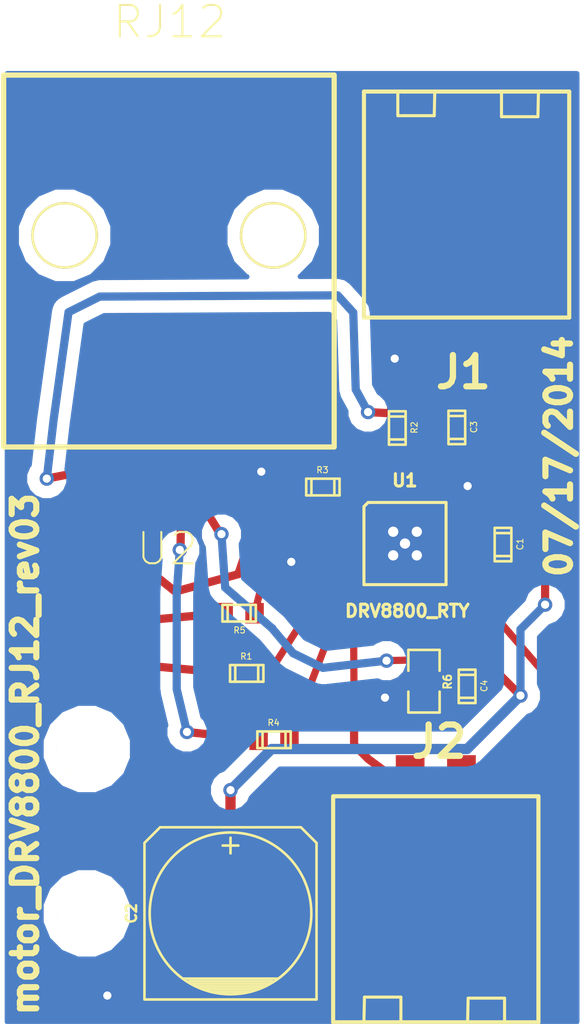
<source format=kicad_pcb>
(kicad_pcb (version 3) (host pcbnew "(2013-08-24 BZR 4298)-stable")

  (general
    (links 34)
    (no_connects 0)
    (area 22.067858 19.97347 66.853571 73.78824)
    (thickness 1.6)
    (drawings 3)
    (tracks 138)
    (zones 0)
    (modules 16)
    (nets 18)
  )

  (page A)
  (layers
    (15 F.Cu signal)
    (0 B.Cu signal)
    (16 B.Adhes user)
    (17 F.Adhes user)
    (18 B.Paste user)
    (19 F.Paste user)
    (20 B.SilkS user)
    (21 F.SilkS user)
    (22 B.Mask user)
    (23 F.Mask user)
    (24 Dwgs.User user)
    (25 Cmts.User user)
    (26 Eco1.User user)
    (27 Eco2.User user)
    (28 Edge.Cuts user)
  )

  (setup
    (last_trace_width 0.25)
    (user_trace_width 0.2)
    (user_trace_width 0.25)
    (user_trace_width 0.3)
    (user_trace_width 0.35)
    (user_trace_width 0.4)
    (user_trace_width 0.5)
    (user_trace_width 0.6)
    (user_trace_width 0.7)
    (user_trace_width 0.8)
    (user_trace_width 0.9)
    (user_trace_width 1)
    (user_trace_width 2)
    (trace_clearance 0.2)
    (zone_clearance 0.6)
    (zone_45_only no)
    (trace_min 0.1)
    (segment_width 0.2)
    (edge_width 0.1)
    (via_size 0.7)
    (via_drill 0.4)
    (via_min_size 0.7)
    (via_min_drill 0.4)
    (uvia_size 0.4)
    (uvia_drill 0.127)
    (uvias_allowed no)
    (uvia_min_size 0.4)
    (uvia_min_drill 0.127)
    (pcb_text_width 0.3)
    (pcb_text_size 1.5 1.5)
    (mod_edge_width 0.15)
    (mod_text_size 1 1)
    (mod_text_width 0.15)
    (pad_size 2.3 5.6)
    (pad_drill 0)
    (pad_to_mask_clearance 0)
    (aux_axis_origin 0 0)
    (visible_elements 7FFFFFFF)
    (pcbplotparams
      (layerselection 284983297)
      (usegerberextensions true)
      (excludeedgelayer true)
      (linewidth 0.150000)
      (plotframeref false)
      (viasonmask false)
      (mode 1)
      (useauxorigin false)
      (hpglpennumber 1)
      (hpglpenspeed 20)
      (hpglpendiameter 15)
      (hpglpenoverlay 2)
      (psnegative false)
      (psa4output false)
      (plotreference true)
      (plotvalue true)
      (plotothertext true)
      (plotinvisibletext false)
      (padsonsilk false)
      (subtractmaskfromsilk false)
      (outputformat 1)
      (mirror false)
      (drillshape 0)
      (scaleselection 1)
      (outputdirectory ""))
  )

  (net 0 "")
  (net 1 CS)
  (net 2 GND)
  (net 3 MODE)
  (net 4 Motor1OutA)
  (net 5 Motor1OutB)
  (net 6 N-0000014)
  (net 7 N-0000016)
  (net 8 N-0000017)
  (net 9 N-0000020)
  (net 10 N-000003)
  (net 11 N-000004)
  (net 12 N-000005)
  (net 13 N-000007)
  (net 14 PHASE)
  (net 15 PWM)
  (net 16 VDD)
  (net 17 Vin)

  (net_class Default "This is the default net class."
    (clearance 0.2)
    (trace_width 0.25)
    (via_dia 0.7)
    (via_drill 0.4)
    (uvia_dia 0.4)
    (uvia_drill 0.127)
    (add_net "")
    (add_net CS)
    (add_net GND)
    (add_net MODE)
    (add_net Motor1OutA)
    (add_net Motor1OutB)
    (add_net N-0000014)
    (add_net N-0000016)
    (add_net N-0000017)
    (add_net N-0000020)
    (add_net N-000003)
    (add_net N-000004)
    (add_net N-000005)
    (add_net N-000007)
    (add_net PHASE)
    (add_net PWM)
    (add_net VDD)
    (add_net Vin)
  )

  (module TED_Hole_3mm (layer F.Cu) (tedit 53C810C0) (tstamp 537EB109)
    (at 37.875 64.375 90)
    (path /52D61D03)
    (fp_text reference H1 (at -0.05 -2.425 90) (layer F.SilkS) hide
      (effects (font (size 1 1) (thickness 0.15)))
    )
    (fp_text value HOLE (at 0.25 2.6 90) (layer F.SilkS) hide
      (effects (font (size 1 1) (thickness 0.15)))
    )
    (pad "" np_thru_hole circle (at 0 0 90) (size 3 3) (drill 3)
      (layers *.Cu *.Mask F.SilkS)
    )
  )

  (module TED_Hole_3mm (layer F.Cu) (tedit 53C810C0) (tstamp 537E7DDE)
    (at 37.875 56.375 90)
    (path /52D61D21)
    (fp_text reference H2 (at -0.05 -2.425 90) (layer F.SilkS) hide
      (effects (font (size 1 1) (thickness 0.15)))
    )
    (fp_text value HOLE (at 0.25 2.6 90) (layer F.SilkS) hide
      (effects (font (size 1 1) (thickness 0.15)))
    )
    (pad "" np_thru_hole circle (at 0 0 90) (size 3 3) (drill 3)
      (layers *.Cu *.Mask F.SilkS)
    )
  )

  (module TED_c_elec_8x10 (layer F.Cu) (tedit 49F5C68A) (tstamp 53C81ADF)
    (at 44.875 64.375 90)
    (descr "SMT capacitor, aluminium electrolytic, 8x10")
    (path /53C81A44)
    (fp_text reference C2 (at 0 -4.826 90) (layer F.SilkS)
      (effects (font (size 0.50038 0.50038) (thickness 0.11938)))
    )
    (fp_text value "100uF 50v" (at 0 4.826 90) (layer F.SilkS) hide
      (effects (font (size 0.50038 0.50038) (thickness 0.11938)))
    )
    (fp_line (start -3.81 -1.016) (end -3.81 1.016) (layer F.SilkS) (width 0.127))
    (fp_line (start -3.683 1.397) (end -3.683 -1.397) (layer F.SilkS) (width 0.127))
    (fp_line (start -3.556 -1.651) (end -3.556 1.651) (layer F.SilkS) (width 0.127))
    (fp_line (start -3.429 1.905) (end -3.429 -1.905) (layer F.SilkS) (width 0.127))
    (fp_line (start -3.302 2.032) (end -3.302 -2.032) (layer F.SilkS) (width 0.127))
    (fp_line (start -3.175 -2.286) (end -3.175 2.286) (layer F.SilkS) (width 0.127))
    (fp_circle (center 0 0) (end 3.937 0) (layer F.SilkS) (width 0.127))
    (fp_line (start -4.191 -4.191) (end -4.191 4.191) (layer F.SilkS) (width 0.127))
    (fp_line (start -4.191 4.191) (end 3.429 4.191) (layer F.SilkS) (width 0.127))
    (fp_line (start 3.429 4.191) (end 4.191 3.429) (layer F.SilkS) (width 0.127))
    (fp_line (start 4.191 3.429) (end 4.191 -3.429) (layer F.SilkS) (width 0.127))
    (fp_line (start 4.191 -3.429) (end 3.429 -4.191) (layer F.SilkS) (width 0.127))
    (fp_line (start 3.429 -4.191) (end -4.191 -4.191) (layer F.SilkS) (width 0.127))
    (fp_line (start 3.683 0) (end 2.921 0) (layer F.SilkS) (width 0.127))
    (fp_line (start 3.302 -0.381) (end 3.302 0.381) (layer F.SilkS) (width 0.127))
    (pad 1 smd rect (at 3.2512 0 90) (size 3.50012 2.4003)
      (layers F.Cu F.Paste F.Mask)
      (net 17 Vin)
    )
    (pad 2 smd rect (at -3.2512 0 90) (size 3.50012 2.4003)
      (layers F.Cu F.Paste F.Mask)
      (net 2 GND)
    )
    (model smd/capacitors/c_elec_8x10.wrl
      (at (xyz 0 0 0))
      (scale (xyz 1 1 1))
      (rotate (xyz 0 0 0))
    )
  )

  (module TED_Terminal_1814634 (layer F.Cu) (tedit 5390DC53) (tstamp 5390EDF7)
    (at 54.875 64.175)
    (path /5390E0F4)
    (fp_text reference J2 (at 0.15748 -8.15848) (layer F.SilkS)
      (effects (font (thickness 0.3048)))
    )
    (fp_text value TERMINAL_2X1 (at 0.1016 8.49884) (layer F.SilkS) hide
      (effects (font (thickness 0.3048)))
    )
    (fp_line (start 3.35 4.325) (end 3.35 5.475) (layer F.SilkS) (width 0.15))
    (fp_line (start 1.575 4.325) (end 3.35 4.325) (layer F.SilkS) (width 0.15))
    (fp_line (start 1.55 5.5) (end 1.575 4.325) (layer F.SilkS) (width 0.15))
    (fp_line (start -3.5 5.45) (end -3.475 4.275) (layer F.SilkS) (width 0.15))
    (fp_line (start -3.475 4.275) (end -1.7 4.275) (layer F.SilkS) (width 0.15))
    (fp_line (start -1.7 4.275) (end -1.7 5.425) (layer F.SilkS) (width 0.15))
    (fp_line (start -5 -5.5) (end 5 -5.5) (layer F.SilkS) (width 0.20066))
    (fp_line (start 5 -5.5) (end 5 5.5) (layer F.SilkS) (width 0.20066))
    (fp_line (start 5 5.5) (end -5 5.5) (layer F.SilkS) (width 0.20066))
    (fp_line (start -5 5.5) (end -5 -5.5) (layer F.SilkS) (width 0.20066))
    (pad PAD smd rect (at 3.85 0.8) (size 2.3 5.6)
      (layers F.Cu F.Paste F.Mask)
    )
    (pad 1 smd rect (at -1.25 -5.8) (size 1.4 3.4)
      (layers F.Cu F.Paste F.Mask)
      (net 4 Motor1OutA)
    )
    (pad 2 smd rect (at 1.25 -5.8) (size 1.4 3.4)
      (layers F.Cu F.Paste F.Mask)
      (net 5 Motor1OutB)
    )
    (pad PAD smd rect (at -3.85 0.8) (size 2.3 5.6)
      (layers F.Cu F.Paste F.Mask)
    )
  )

  (module TED_Terminal_1814634 (layer F.Cu) (tedit 5390DC53) (tstamp 5390EDF6)
    (at 56.375 29.875 180)
    (path /5390E0D8)
    (fp_text reference J1 (at 0.15748 -8.15848 180) (layer F.SilkS)
      (effects (font (thickness 0.3048)))
    )
    (fp_text value TERMINAL_2X1 (at 0.1016 8.49884 180) (layer F.SilkS) hide
      (effects (font (thickness 0.3048)))
    )
    (fp_line (start 3.35 4.325) (end 3.35 5.475) (layer F.SilkS) (width 0.15))
    (fp_line (start 1.575 4.325) (end 3.35 4.325) (layer F.SilkS) (width 0.15))
    (fp_line (start 1.55 5.5) (end 1.575 4.325) (layer F.SilkS) (width 0.15))
    (fp_line (start -3.5 5.45) (end -3.475 4.275) (layer F.SilkS) (width 0.15))
    (fp_line (start -3.475 4.275) (end -1.7 4.275) (layer F.SilkS) (width 0.15))
    (fp_line (start -1.7 4.275) (end -1.7 5.425) (layer F.SilkS) (width 0.15))
    (fp_line (start -5 -5.5) (end 5 -5.5) (layer F.SilkS) (width 0.20066))
    (fp_line (start 5 -5.5) (end 5 5.5) (layer F.SilkS) (width 0.20066))
    (fp_line (start 5 5.5) (end -5 5.5) (layer F.SilkS) (width 0.20066))
    (fp_line (start -5 5.5) (end -5 -5.5) (layer F.SilkS) (width 0.20066))
    (pad PAD smd rect (at 3.85 0.8 180) (size 2.3 5.6)
      (layers F.Cu F.Paste F.Mask)
    )
    (pad 1 smd rect (at -1.25 -5.8 180) (size 1.4 3.4)
      (layers F.Cu F.Paste F.Mask)
      (net 17 Vin)
    )
    (pad 2 smd rect (at 1.25 -5.8 180) (size 1.4 3.4)
      (layers F.Cu F.Paste F.Mask)
      (net 2 GND)
    )
    (pad PAD smd rect (at -3.85 0.8 180) (size 2.3 5.6)
      (layers F.Cu F.Paste F.Mask)
    )
  )

  (module TED_SM0805 (layer F.Cu) (tedit 522E5F71) (tstamp 538A06E0)
    (at 54.3 53.075 270)
    (path /532CD0D4)
    (attr smd)
    (fp_text reference R6 (at 0.0254 -1.14808 270) (layer F.SilkS)
      (effects (font (size 0.381 0.381) (thickness 0.09398)))
    )
    (fp_text value 10m (at 0.10668 1.19888 270) (layer F.SilkS) hide
      (effects (font (size 0.381 0.381) (thickness 0.09398)))
    )
    (fp_line (start -0.508 0.762) (end -1.524 0.762) (layer F.SilkS) (width 0.127))
    (fp_line (start -1.524 0.762) (end -1.524 -0.762) (layer F.SilkS) (width 0.127))
    (fp_line (start -1.524 -0.762) (end -0.508 -0.762) (layer F.SilkS) (width 0.127))
    (fp_line (start 0.508 -0.762) (end 1.524 -0.762) (layer F.SilkS) (width 0.127))
    (fp_line (start 1.524 -0.762) (end 1.524 0.762) (layer F.SilkS) (width 0.127))
    (fp_line (start 1.524 0.762) (end 0.508 0.762) (layer F.SilkS) (width 0.127))
    (pad 1 smd rect (at -0.9525 0 270) (size 0.889 1.397)
      (layers F.Cu F.Paste F.Mask)
      (net 1 CS)
    )
    (pad 2 smd rect (at 0.9525 0 270) (size 0.889 1.397)
      (layers F.Cu F.Paste F.Mask)
      (net 2 GND)
    )
    (model smd/chip_cms.wrl
      (at (xyz 0 0 0))
      (scale (xyz 0.1 0.1 0.1))
      (rotate (xyz 0 0 0))
    )
  )

  (module TED_RJ12_955016669 (layer F.Cu) (tedit 538101BC) (tstamp 537E7C4C)
    (at 41.875 31.375 180)
    (path /537E7BB7)
    (fp_text reference U2 (at 0.08 -15.26 180) (layer F.SilkS)
      (effects (font (thickness 0.09906)))
    )
    (fp_text value RJ12 (at -0.04 10.39 180) (layer F.SilkS)
      (effects (font (thickness 0.09906)))
    )
    (fp_line (start -8.05 -10.3) (end 8.05 -10.3) (layer F.SilkS) (width 0.254))
    (fp_line (start 8.05 -10.3) (end 8.05 7.8) (layer F.SilkS) (width 0.254))
    (fp_line (start 8.05 7.8) (end -8.05 7.8) (layer F.SilkS) (width 0.254))
    (fp_line (start -8.05 7.8) (end -8.05 -10.3) (layer F.SilkS) (width 0.254))
    (pad 1 smd rect (at -3.175 -10.225 180) (size 0.76 6.35)
      (layers F.Cu F.Paste F.Mask)
      (net 2 GND)
      (clearance 0.2)
    )
    (pad 3 smd rect (at -0.635 -10.225 180) (size 0.76 6.35)
      (layers F.Cu F.Paste F.Mask)
      (net 6 N-0000014)
      (clearance 0.2)
    )
    (pad 5 smd rect (at 1.905 -10.225 180) (size 0.76 6.35)
      (layers F.Cu F.Paste F.Mask)
      (net 7 N-0000016)
      (clearance 0.2)
    )
    (pad 4 smd rect (at 0.635 -10.225 180) (size 0.76 6.35)
      (layers F.Cu F.Paste F.Mask)
      (net 8 N-0000017)
      (clearance 0.2)
    )
    (pad 6 smd rect (at 3.175 -10.225 180) (size 0.76 6.35)
      (layers F.Cu F.Paste F.Mask)
      (net 16 VDD)
      (clearance 0.2)
    )
    (pad "" np_thru_hole circle (at 5.08 0 180) (size 3.25 3.25) (drill 3)
      (layers *.Cu *.Mask F.SilkS)
      (clearance 0.3)
    )
    (pad "" np_thru_hole circle (at -5.08 0 180) (size 3.25 3.25) (drill 3)
      (layers *.Cu *.Mask F.SilkS)
      (clearance 0.3)
    )
    (pad 2 smd rect (at -1.905 -10.225 180) (size 0.76 6.35)
      (layers F.Cu F.Paste F.Mask)
      (net 1 CS)
      (clearance 0.2)
    )
  )

  (module TED_QFN16+1 (layer F.Cu) (tedit 53E16CCB) (tstamp 537EB0F5)
    (at 53.375 46.375)
    (path /53880556)
    (solder_mask_margin 0.1)
    (solder_paste_margin -0.1)
    (solder_paste_ratio -0.2)
    (clearance 0.1)
    (fp_text reference U1 (at -0.01 -3.07) (layer F.SilkS)
      (effects (font (size 0.6 0.6) (thickness 0.15)))
    )
    (fp_text value DRV8800_RTY (at 0.11 3.28) (layer F.SilkS)
      (effects (font (size 0.6 0.6) (thickness 0.15)))
    )
    (fp_line (start -1.8 -2) (end 2 -2) (layer F.SilkS) (width 0.14986))
    (fp_line (start -2 -1.8) (end -2 2) (layer F.SilkS) (width 0.14986))
    (fp_line (start -1.8 -2) (end -2 -1.8) (layer F.SilkS) (width 0.14986))
    (fp_line (start 2 2) (end -2 2) (layer F.SilkS) (width 0.14986))
    (fp_line (start 2 -2) (end 2 2) (layer F.SilkS) (width 0.14986))
    (pad 17 smd rect (at 0 0 270) (size 2.1 2.1)
      (layers F.Cu F.Paste F.Mask)
      (net 2 GND)
      (zone_connect 2)
    )
    (pad 1 smd rect (at -1.9 -0.975) (size 1 0.35)
      (layers F.Cu F.Paste F.Mask)
      (net 14 PHASE)
    )
    (pad 2 smd rect (at -1.9 -0.325) (size 1 0.35)
      (layers F.Cu F.Paste F.Mask)
      (net 2 GND)
    )
    (pad 3 smd rect (at -1.9 0.325) (size 1 0.35)
      (layers F.Cu F.Paste F.Mask)
      (net 13 N-000007)
    )
    (pad 4 smd rect (at -1.9 0.975) (size 1 0.35)
      (layers F.Cu F.Paste F.Mask)
      (net 15 PWM)
    )
    (pad 5 smd rect (at -0.975 1.9 270) (size 1 0.35)
      (layers F.Cu F.Paste F.Mask)
    )
    (pad 6 smd rect (at -0.325 1.9 270) (size 1 0.35)
      (layers F.Cu F.Paste F.Mask)
      (net 4 Motor1OutA)
    )
    (pad 7 smd rect (at 0.325 1.9 270) (size 1 0.35)
      (layers F.Cu F.Paste F.Mask)
      (net 1 CS)
    )
    (pad 8 smd rect (at 0.975 1.9 270) (size 1 0.35)
      (layers F.Cu F.Paste F.Mask)
      (net 17 Vin)
    )
    (pad 9 smd rect (at 1.9 0.975) (size 1 0.35)
      (layers F.Cu F.Paste F.Mask)
      (net 5 Motor1OutB)
    )
    (pad 10 smd rect (at 1.9 0.325) (size 1 0.35)
      (layers F.Cu F.Paste F.Mask)
      (net 11 N-000004)
    )
    (pad 11 smd rect (at 1.9 -0.325) (size 1 0.35)
      (layers F.Cu F.Paste F.Mask)
      (net 10 N-000003)
    )
    (pad 12 smd rect (at 1.9 -0.975) (size 1 0.35)
      (layers F.Cu F.Paste F.Mask)
      (net 2 GND)
    )
    (pad 13 smd rect (at 0.975 -1.9 270) (size 1 0.35)
      (layers F.Cu F.Paste F.Mask)
      (net 9 N-0000020)
    )
    (pad 14 smd rect (at 0.325 -1.9 270) (size 1 0.35)
      (layers F.Cu F.Paste F.Mask)
    )
    (pad 15 smd rect (at -0.325 -1.9 270) (size 1 0.35)
      (layers F.Cu F.Paste F.Mask)
      (net 12 N-000005)
    )
    (pad 16 smd rect (at -0.975 -1.9 270) (size 1 0.35)
      (layers F.Cu F.Paste F.Mask)
      (net 3 MODE)
    )
    (pad 17 thru_hole circle (at 0 0 270) (size 0.5 0.5) (drill 0.5)
      (layers *.Cu)
      (net 2 GND)
      (zone_connect 2)
    )
    (pad 17 thru_hole circle (at 0.575 -0.575 270) (size 0.5 0.5) (drill 0.5)
      (layers *.Cu)
      (net 2 GND)
      (zone_connect 2)
    )
    (pad 17 thru_hole circle (at -0.575 -0.575 270) (size 0.5 0.5) (drill 0.5)
      (layers *.Cu)
      (net 2 GND)
      (zone_connect 2)
    )
    (pad 17 thru_hole circle (at 0.575 0.575 270) (size 0.5 0.5) (drill 0.5)
      (layers *.Cu)
      (net 2 GND)
      (zone_connect 2)
    )
    (pad 17 thru_hole circle (at -0.575 0.575 270) (size 0.5 0.5) (drill 0.5)
      (layers *.Cu)
      (net 2 GND)
      (zone_connect 2)
    )
    (pad 17 smd rect (at 0 0 270) (size 2.1 2.1)
      (layers B.Cu B.Paste B.Mask)
      (net 2 GND)
      (zone_connect 2)
    )
    (model smd/qfn24.wrl
      (at (xyz 0 0 0))
      (scale (xyz 1 1 1))
      (rotate (xyz 0 0 0))
    )
  )

  (module TED_SM0603 (layer F.Cu) (tedit 53E16D63) (tstamp 537EB0D5)
    (at 56.4 53.325 270)
    (descr "SMT capacitor, 0603")
    (path /532CCE8D)
    (fp_text reference C4 (at -0.02 -0.83 270) (layer F.SilkS)
      (effects (font (size 0.3 0.3) (thickness 0.05)))
    )
    (fp_text value ".1uF 50v" (at 0 0.88 270) (layer F.SilkS) hide
      (effects (font (size 0.3 0.3) (thickness 0.05)))
    )
    (fp_line (start 0.5588 0.4064) (end 0.5588 -0.4064) (layer F.SilkS) (width 0.127))
    (fp_line (start -0.5588 -0.381) (end -0.5588 0.4064) (layer F.SilkS) (width 0.127))
    (fp_line (start -0.8128 -0.4064) (end 0.8128 -0.4064) (layer F.SilkS) (width 0.127))
    (fp_line (start 0.8128 -0.4064) (end 0.8128 0.4064) (layer F.SilkS) (width 0.127))
    (fp_line (start 0.8128 0.4064) (end -0.8128 0.4064) (layer F.SilkS) (width 0.127))
    (fp_line (start -0.8128 0.4064) (end -0.8128 -0.4064) (layer F.SilkS) (width 0.127))
    (pad 2 smd rect (at 0.75184 0 270) (size 0.89916 1.00076)
      (layers F.Cu F.Paste F.Mask)
      (net 2 GND)
      (clearance 0.1)
    )
    (pad 1 smd rect (at -0.75184 0 270) (size 0.89916 1.00076)
      (layers F.Cu F.Paste F.Mask)
      (net 17 Vin)
      (clearance 0.1)
    )
    (model smd/capacitors/c_0603.wrl
      (at (xyz 0 0 0))
      (scale (xyz 1 1 1))
      (rotate (xyz 0 0 0))
    )
  )

  (module TED_SM0603 (layer F.Cu) (tedit 53E16D63) (tstamp 537EB0C9)
    (at 55.9 40.725 270)
    (descr "SMT capacitor, 0603")
    (path /532CCF4F)
    (fp_text reference C3 (at -0.02 -0.83 270) (layer F.SilkS)
      (effects (font (size 0.3 0.3) (thickness 0.05)))
    )
    (fp_text value ".1uF (50v)" (at 0 0.88 270) (layer F.SilkS) hide
      (effects (font (size 0.3 0.3) (thickness 0.05)))
    )
    (fp_line (start 0.5588 0.4064) (end 0.5588 -0.4064) (layer F.SilkS) (width 0.127))
    (fp_line (start -0.5588 -0.381) (end -0.5588 0.4064) (layer F.SilkS) (width 0.127))
    (fp_line (start -0.8128 -0.4064) (end 0.8128 -0.4064) (layer F.SilkS) (width 0.127))
    (fp_line (start 0.8128 -0.4064) (end 0.8128 0.4064) (layer F.SilkS) (width 0.127))
    (fp_line (start 0.8128 0.4064) (end -0.8128 0.4064) (layer F.SilkS) (width 0.127))
    (fp_line (start -0.8128 0.4064) (end -0.8128 -0.4064) (layer F.SilkS) (width 0.127))
    (pad 2 smd rect (at 0.75184 0 270) (size 0.89916 1.00076)
      (layers F.Cu F.Paste F.Mask)
      (net 9 N-0000020)
      (clearance 0.1)
    )
    (pad 1 smd rect (at -0.75184 0 270) (size 0.89916 1.00076)
      (layers F.Cu F.Paste F.Mask)
      (net 17 Vin)
      (clearance 0.1)
    )
    (model smd/capacitors/c_0603.wrl
      (at (xyz 0 0 0))
      (scale (xyz 1 1 1))
      (rotate (xyz 0 0 0))
    )
  )

  (module TED_SM0603 (layer F.Cu) (tedit 53E16D63) (tstamp 537EB0BD)
    (at 53 40.75 270)
    (descr "SMT capacitor, 0603")
    (path /532CCFD5)
    (fp_text reference R2 (at -0.02 -0.83 270) (layer F.SilkS)
      (effects (font (size 0.3 0.3) (thickness 0.05)))
    )
    (fp_text value 3.3k (at 0 0.88 270) (layer F.SilkS) hide
      (effects (font (size 0.3 0.3) (thickness 0.05)))
    )
    (fp_line (start 0.5588 0.4064) (end 0.5588 -0.4064) (layer F.SilkS) (width 0.127))
    (fp_line (start -0.5588 -0.381) (end -0.5588 0.4064) (layer F.SilkS) (width 0.127))
    (fp_line (start -0.8128 -0.4064) (end 0.8128 -0.4064) (layer F.SilkS) (width 0.127))
    (fp_line (start 0.8128 -0.4064) (end 0.8128 0.4064) (layer F.SilkS) (width 0.127))
    (fp_line (start 0.8128 0.4064) (end -0.8128 0.4064) (layer F.SilkS) (width 0.127))
    (fp_line (start -0.8128 0.4064) (end -0.8128 -0.4064) (layer F.SilkS) (width 0.127))
    (pad 2 smd rect (at 0.75184 0 270) (size 0.89916 1.00076)
      (layers F.Cu F.Paste F.Mask)
      (net 12 N-000005)
      (clearance 0.1)
    )
    (pad 1 smd rect (at -0.75184 0 270) (size 0.89916 1.00076)
      (layers F.Cu F.Paste F.Mask)
      (net 16 VDD)
      (clearance 0.1)
    )
    (model smd/capacitors/c_0603.wrl
      (at (xyz 0 0 0))
      (scale (xyz 1 1 1))
      (rotate (xyz 0 0 0))
    )
  )

  (module TED_SM0603 (layer F.Cu) (tedit 53E16D63) (tstamp 537EB0B1)
    (at 45.665 52.695)
    (descr "SMT capacitor, 0603")
    (path /532CD08D)
    (fp_text reference R1 (at -0.02 -0.83) (layer F.SilkS)
      (effects (font (size 0.3 0.3) (thickness 0.05)))
    )
    (fp_text value 3.3k (at 0 0.88) (layer F.SilkS) hide
      (effects (font (size 0.3 0.3) (thickness 0.05)))
    )
    (fp_line (start 0.5588 0.4064) (end 0.5588 -0.4064) (layer F.SilkS) (width 0.127))
    (fp_line (start -0.5588 -0.381) (end -0.5588 0.4064) (layer F.SilkS) (width 0.127))
    (fp_line (start -0.8128 -0.4064) (end 0.8128 -0.4064) (layer F.SilkS) (width 0.127))
    (fp_line (start 0.8128 -0.4064) (end 0.8128 0.4064) (layer F.SilkS) (width 0.127))
    (fp_line (start 0.8128 0.4064) (end -0.8128 0.4064) (layer F.SilkS) (width 0.127))
    (fp_line (start -0.8128 0.4064) (end -0.8128 -0.4064) (layer F.SilkS) (width 0.127))
    (pad 2 smd rect (at 0.75184 0) (size 0.89916 1.00076)
      (layers F.Cu F.Paste F.Mask)
      (net 13 N-000007)
      (clearance 0.1)
    )
    (pad 1 smd rect (at -0.75184 0) (size 0.89916 1.00076)
      (layers F.Cu F.Paste F.Mask)
      (net 16 VDD)
      (clearance 0.1)
    )
    (model smd/capacitors/c_0603.wrl
      (at (xyz 0 0 0))
      (scale (xyz 1 1 1))
      (rotate (xyz 0 0 0))
    )
  )

  (module TED_SM0603 (layer F.Cu) (tedit 53E16D63) (tstamp 537EB099)
    (at 58.15 46.425 270)
    (descr "SMT capacitor, 0603")
    (path /532CD1F4)
    (fp_text reference C1 (at -0.02 -0.83 270) (layer F.SilkS)
      (effects (font (size 0.3 0.3) (thickness 0.05)))
    )
    (fp_text value ".1uF (50v)" (at 0 0.88 270) (layer F.SilkS) hide
      (effects (font (size 0.3 0.3) (thickness 0.05)))
    )
    (fp_line (start 0.5588 0.4064) (end 0.5588 -0.4064) (layer F.SilkS) (width 0.127))
    (fp_line (start -0.5588 -0.381) (end -0.5588 0.4064) (layer F.SilkS) (width 0.127))
    (fp_line (start -0.8128 -0.4064) (end 0.8128 -0.4064) (layer F.SilkS) (width 0.127))
    (fp_line (start 0.8128 -0.4064) (end 0.8128 0.4064) (layer F.SilkS) (width 0.127))
    (fp_line (start 0.8128 0.4064) (end -0.8128 0.4064) (layer F.SilkS) (width 0.127))
    (fp_line (start -0.8128 0.4064) (end -0.8128 -0.4064) (layer F.SilkS) (width 0.127))
    (pad 2 smd rect (at 0.75184 0 270) (size 0.89916 1.00076)
      (layers F.Cu F.Paste F.Mask)
      (net 11 N-000004)
      (clearance 0.1)
    )
    (pad 1 smd rect (at -0.75184 0 270) (size 0.89916 1.00076)
      (layers F.Cu F.Paste F.Mask)
      (net 10 N-000003)
      (clearance 0.1)
    )
    (model smd/capacitors/c_0603.wrl
      (at (xyz 0 0 0))
      (scale (xyz 1 1 1))
      (rotate (xyz 0 0 0))
    )
  )

  (module TED_SM0603 (layer F.Cu) (tedit 53E16D63) (tstamp 537EB08D)
    (at 46.995 55.925)
    (descr "SMT capacitor, 0603")
    (path /5260A785)
    (fp_text reference R4 (at -0.02 -0.83) (layer F.SilkS)
      (effects (font (size 0.3 0.3) (thickness 0.05)))
    )
    (fp_text value 1k (at 0 0.88) (layer F.SilkS) hide
      (effects (font (size 0.3 0.3) (thickness 0.05)))
    )
    (fp_line (start 0.5588 0.4064) (end 0.5588 -0.4064) (layer F.SilkS) (width 0.127))
    (fp_line (start -0.5588 -0.381) (end -0.5588 0.4064) (layer F.SilkS) (width 0.127))
    (fp_line (start -0.8128 -0.4064) (end 0.8128 -0.4064) (layer F.SilkS) (width 0.127))
    (fp_line (start 0.8128 -0.4064) (end 0.8128 0.4064) (layer F.SilkS) (width 0.127))
    (fp_line (start 0.8128 0.4064) (end -0.8128 0.4064) (layer F.SilkS) (width 0.127))
    (fp_line (start -0.8128 0.4064) (end -0.8128 -0.4064) (layer F.SilkS) (width 0.127))
    (pad 2 smd rect (at 0.75184 0) (size 0.89916 1.00076)
      (layers F.Cu F.Paste F.Mask)
      (net 15 PWM)
      (clearance 0.1)
    )
    (pad 1 smd rect (at -0.75184 0) (size 0.89916 1.00076)
      (layers F.Cu F.Paste F.Mask)
      (net 6 N-0000014)
      (clearance 0.1)
    )
    (model smd/capacitors/c_0603.wrl
      (at (xyz 0 0 0))
      (scale (xyz 1 1 1))
      (rotate (xyz 0 0 0))
    )
  )

  (module TED_SM0603 (layer F.Cu) (tedit 53E16D63) (tstamp 537EB081)
    (at 45.295 49.765 180)
    (descr "SMT capacitor, 0603")
    (path /5260A77F)
    (fp_text reference R5 (at -0.02 -0.83 180) (layer F.SilkS)
      (effects (font (size 0.3 0.3) (thickness 0.05)))
    )
    (fp_text value 1k (at 0 0.88 180) (layer F.SilkS) hide
      (effects (font (size 0.3 0.3) (thickness 0.05)))
    )
    (fp_line (start 0.5588 0.4064) (end 0.5588 -0.4064) (layer F.SilkS) (width 0.127))
    (fp_line (start -0.5588 -0.381) (end -0.5588 0.4064) (layer F.SilkS) (width 0.127))
    (fp_line (start -0.8128 -0.4064) (end 0.8128 -0.4064) (layer F.SilkS) (width 0.127))
    (fp_line (start 0.8128 -0.4064) (end 0.8128 0.4064) (layer F.SilkS) (width 0.127))
    (fp_line (start 0.8128 0.4064) (end -0.8128 0.4064) (layer F.SilkS) (width 0.127))
    (fp_line (start -0.8128 0.4064) (end -0.8128 -0.4064) (layer F.SilkS) (width 0.127))
    (pad 2 smd rect (at 0.75184 0 180) (size 0.89916 1.00076)
      (layers F.Cu F.Paste F.Mask)
      (net 7 N-0000016)
      (clearance 0.1)
    )
    (pad 1 smd rect (at -0.75184 0 180) (size 0.89916 1.00076)
      (layers F.Cu F.Paste F.Mask)
      (net 14 PHASE)
      (clearance 0.1)
    )
    (model smd/capacitors/c_0603.wrl
      (at (xyz 0 0 0))
      (scale (xyz 1 1 1))
      (rotate (xyz 0 0 0))
    )
  )

  (module TED_SM0603 (layer F.Cu) (tedit 53E16D63) (tstamp 537EB075)
    (at 49.375 43.625)
    (descr "SMT capacitor, 0603")
    (path /5260A766)
    (fp_text reference R3 (at -0.02 -0.83) (layer F.SilkS)
      (effects (font (size 0.3 0.3) (thickness 0.05)))
    )
    (fp_text value 1k (at 0 0.88) (layer F.SilkS) hide
      (effects (font (size 0.3 0.3) (thickness 0.05)))
    )
    (fp_line (start 0.5588 0.4064) (end 0.5588 -0.4064) (layer F.SilkS) (width 0.127))
    (fp_line (start -0.5588 -0.381) (end -0.5588 0.4064) (layer F.SilkS) (width 0.127))
    (fp_line (start -0.8128 -0.4064) (end 0.8128 -0.4064) (layer F.SilkS) (width 0.127))
    (fp_line (start 0.8128 -0.4064) (end 0.8128 0.4064) (layer F.SilkS) (width 0.127))
    (fp_line (start 0.8128 0.4064) (end -0.8128 0.4064) (layer F.SilkS) (width 0.127))
    (fp_line (start -0.8128 0.4064) (end -0.8128 -0.4064) (layer F.SilkS) (width 0.127))
    (pad 2 smd rect (at 0.75184 0) (size 0.89916 1.00076)
      (layers F.Cu F.Paste F.Mask)
      (net 3 MODE)
      (clearance 0.1)
    )
    (pad 1 smd rect (at -0.75184 0) (size 0.89916 1.00076)
      (layers F.Cu F.Paste F.Mask)
      (net 8 N-0000017)
      (clearance 0.1)
    )
    (model smd/capacitors/c_0603.wrl
      (at (xyz 0 0 0))
      (scale (xyz 1 1 1))
      (rotate (xyz 0 0 0))
    )
  )

  (gr_text 07/17/2014 (at 60.875 42.125 90) (layer F.SilkS)
    (effects (font (size 1.2 1.2) (thickness 0.3)))
  )
  (gr_text motor_DRV8800_RJ12_rev03 (at 34.875 56.625 90) (layer F.SilkS)
    (effects (font (size 1.2 1.2) (thickness 0.3)))
  )
  (gr_text MOTOR (at 47.575 64.875 90) (layer F.Cu)
    (effects (font (size 1.5 1.5) (thickness 0.3)))
  )

  (segment (start 43.78 41.6) (end 43.819366 45.005) (width 0.4) (layer F.Cu) (net 1) (status 10))
  (segment (start 43.819366 45.005) (end 44.29 45.77) (width 0.4) (layer F.Cu) (net 1) (tstamp 5390F09A))
  (segment (start 46.895 50.495) (end 46.895002 50.495) (width 0.4) (layer B.Cu) (net 1) (tstamp 5390F040))
  (segment (start 44.615 48.515) (end 46.895 50.495) (width 0.4) (layer B.Cu) (net 1) (tstamp 5390F03E))
  (segment (start 44.435 45.915) (end 44.615 48.515) (width 0.4) (layer B.Cu) (net 1) (tstamp 5390F03D))
  (via (at 44.435 45.915) (size 0.7) (layers F.Cu B.Cu) (net 1))
  (segment (start 44.29 45.77) (end 44.435 45.915) (width 0.4) (layer F.Cu) (net 1) (tstamp 5390F03B))
  (segment (start 46.88502 50.492424) (end 46.895002 50.495) (width 0.4) (layer B.Cu) (net 1))
  (segment (start 46.895002 50.495) (end 47.925 51.715) (width 0.4) (layer B.Cu) (net 1) (tstamp 5390F041))
  (segment (start 52.475 52.075) (end 54.375 52.025) (width 0.35) (layer F.Cu) (net 1) (tstamp 5388080C) (status 20))
  (segment (start 53.7 48.275) (end 53.709272 49.675) (width 0.35) (layer F.Cu) (net 1) (status 20))
  (segment (start 53.709272 49.675) (end 54.375 52.025) (width 0.35) (layer F.Cu) (net 1) (tstamp 538A0716) (status 20))
  (segment (start 52.475 52.075) (end 52.475 52.075) (width 0.4) (layer F.Cu) (net 1) (tstamp 5388080B))
  (via (at 52.475 52.075) (size 0.7) (layers F.Cu B.Cu) (net 1))
  (segment (start 49.375 52.425) (end 52.475 52.075) (width 0.4) (layer B.Cu) (net 1) (tstamp 53880808))
  (segment (start 47.925 51.715) (end 49.375 52.425) (width 0.4) (layer B.Cu) (net 1) (tstamp 53880807))
  (segment (start 46.88502 50.492424) (end 46.908956 50.493397) (width 0.4) (layer B.Cu) (net 1) (tstamp 53880805))
  (segment (start 44.875 67.6262) (end 39.6238 67.6262) (width 0.5) (layer F.Cu) (net 2))
  (segment (start 39.6238 67.6262) (end 38.875 68.375) (width 0.5) (layer F.Cu) (net 2) (tstamp 53C81AF5))
  (via (at 38.875 68.375) (size 0.7) (layers F.Cu B.Cu) (net 2))
  (segment (start 55.275 45.4) (end 55.275 44.775) (width 0.35) (layer F.Cu) (net 2))
  (via (at 56.425 43.575) (size 0.7) (layers F.Cu B.Cu) (net 2))
  (segment (start 55.275 44.775) (end 56.425 43.575) (width 0.35) (layer F.Cu) (net 2) (tstamp 5391017A))
  (segment (start 55.125 35.675) (end 54.575 35.675) (width 0.4) (layer F.Cu) (net 2))
  (via (at 52.875 37.375) (size 0.7) (layers F.Cu B.Cu) (net 2))
  (segment (start 54.575 35.675) (end 52.875 37.375) (width 0.4) (layer F.Cu) (net 2) (tstamp 5390F164))
  (segment (start 45.05 41.6) (end 45.05 44.77) (width 0.4) (layer F.Cu) (net 2) (status 30))
  (segment (start 46.375 42.875) (end 46.415 42.915) (width 0.4) (layer B.Cu) (net 2) (tstamp 5390F04F))
  (via (at 46.375 42.875) (size 0.7) (layers F.Cu B.Cu) (net 2))
  (segment (start 45.485 43.255) (end 46.375 42.875) (width 0.4) (layer F.Cu) (net 2) (tstamp 5390F04D))
  (segment (start 45.065 44.755) (end 45.485 43.255) (width 0.4) (layer F.Cu) (net 2) (tstamp 5390F04C) (status 10))
  (segment (start 45.05 44.77) (end 45.065 44.755) (width 0.4) (layer F.Cu) (net 2) (tstamp 5390F04B) (status 30))
  (segment (start 51.475 46.05) (end 50.425 46.05) (width 0.35) (layer F.Cu) (net 2))
  (via (at 47.835 47.265) (size 0.7) (layers F.Cu B.Cu) (net 2))
  (segment (start 50.425 46.05) (end 48.875 46.375) (width 0.35) (layer F.Cu) (net 2) (tstamp 5388075D))
  (segment (start 48.875 46.375) (end 47.835 47.265) (width 0.35) (layer F.Cu) (net 2) (tstamp 5390EF31))
  (segment (start 54.35 53.875) (end 52.25 53.85) (width 0.4) (layer F.Cu) (net 2) (status 10))
  (via (at 52.4 53.875) (size 0.7) (layers F.Cu B.Cu) (net 2))
  (segment (start 52.25 53.85) (end 52.4 53.875) (width 0.4) (layer F.Cu) (net 2) (tstamp 53880717))
  (segment (start 56.4 54.07684) (end 54.50184 54.02684) (width 0.4) (layer F.Cu) (net 2) (status 20))
  (segment (start 54.50184 54.02684) (end 54.35 53.875) (width 0.4) (layer F.Cu) (net 2) (tstamp 53880710) (status 30))
  (segment (start 52.4 44.475) (end 52.375 43.875) (width 0.35) (layer F.Cu) (net 3))
  (segment (start 51.125 43.375) (end 50.12684 43.625) (width 0.35) (layer F.Cu) (net 3) (tstamp 538807C2) (status 20))
  (segment (start 52.375 43.875) (end 51.125 43.375) (width 0.35) (layer F.Cu) (net 3) (tstamp 538807C1))
  (segment (start 50.895652 54.574882) (end 50.895652 56.170652) (width 0.4) (layer F.Cu) (net 4))
  (segment (start 50.895652 56.170652) (end 51.5875 56.8625) (width 0.4) (layer F.Cu) (net 4) (tstamp 5390EEB5))
  (segment (start 51.5875 56.8625) (end 53.625 58.375) (width 0.4) (layer F.Cu) (net 4) (tstamp 5390EEB9) (status 20))
  (segment (start 53.05 48.275) (end 53.025 49.075) (width 0.35) (layer F.Cu) (net 4))
  (segment (start 53.025 49.075) (end 50.875 50.975) (width 0.35) (layer F.Cu) (net 4) (tstamp 5388063F))
  (segment (start 50.875 50.975) (end 50.895652 54.574882) (width 0.35) (layer F.Cu) (net 4) (tstamp 538807F2))
  (segment (start 50.895652 54.574882) (end 50.8961 54.652891) (width 0.4) (layer F.Cu) (net 4) (tstamp 5390EEB3))
  (segment (start 60.47411 53.053145) (end 60.47411 55.77589) (width 0.35) (layer F.Cu) (net 5))
  (segment (start 55.55 47.35) (end 60.47411 53.053145) (width 0.35) (layer F.Cu) (net 5) (tstamp 538806AB))
  (segment (start 55.275 47.35) (end 55.55 47.35) (width 0.35) (layer F.Cu) (net 5))
  (segment (start 56.675 57.675) (end 56.125 58.375) (width 0.35) (layer F.Cu) (net 5) (tstamp 5390EED1) (status 30))
  (segment (start 60.47411 55.77589) (end 56.675 57.675) (width 0.35) (layer F.Cu) (net 5) (tstamp 5390EECF) (status 20))
  (segment (start 55.275 47.35) (end 55.35 47.35) (width 0.4) (layer F.Cu) (net 5))
  (segment (start 42.51 41.6) (end 42.44 46.65) (width 0.4) (layer F.Cu) (net 6) (status 10))
  (segment (start 46.24316 55.92684) (end 42.755 55.545) (width 0.4) (layer F.Cu) (net 6) (tstamp 5381115B) (status 10))
  (via (at 42.755 55.545) (size 0.7) (layers F.Cu B.Cu) (net 6))
  (segment (start 42.755 55.545) (end 42.255 53.465) (width 0.4) (layer B.Cu) (net 6) (tstamp 5381115D))
  (segment (start 46.24316 55.92684) (end 46.24316 55.925) (width 0.4) (layer F.Cu) (net 6) (status 30))
  (segment (start 42.255 48.815) (end 42.255 53.465) (width 0.4) (layer B.Cu) (net 6) (tstamp 5390F033))
  (segment (start 42.405 46.685) (end 42.255 48.815) (width 0.4) (layer B.Cu) (net 6) (tstamp 5390F032))
  (via (at 42.405 46.685) (size 0.7) (layers F.Cu B.Cu) (net 6))
  (segment (start 42.44 46.65) (end 42.405 46.685) (width 0.4) (layer F.Cu) (net 6) (tstamp 5390F030))
  (segment (start 41.225 50.065) (end 39.805 48.685) (width 0.4) (layer F.Cu) (net 7))
  (segment (start 39.97 41.6) (end 39.97 46.74) (width 0.4) (layer F.Cu) (net 7) (tstamp 5390EF9E) (status 10))
  (segment (start 41.225 50.065) (end 44.54316 49.765) (width 0.4) (layer F.Cu) (net 7) (status 20))
  (segment (start 39.805 48.685) (end 39.97 46.74) (width 0.4) (layer F.Cu) (net 7) (tstamp 5390EFB0))
  (segment (start 48.62316 43.625) (end 47.625 44.125) (width 0.4) (layer F.Cu) (net 8) (status 10))
  (segment (start 41.225 45.165) (end 41.24 41.6) (width 0.4) (layer F.Cu) (net 8) (tstamp 5390EFD0) (status 20))
  (segment (start 42.185 48.715) (end 41.215 47.935) (width 0.4) (layer F.Cu) (net 8) (tstamp 5390EFCF))
  (segment (start 41.215 47.935) (end 41.225 45.165) (width 0.4) (layer F.Cu) (net 8) (tstamp 5390F06A))
  (segment (start 46.175 45.155) (end 45.255 47.865) (width 0.4) (layer F.Cu) (net 8) (tstamp 5390EFCD))
  (segment (start 45.255 47.865) (end 42.185 48.715) (width 0.4) (layer F.Cu) (net 8) (tstamp 5390F014))
  (segment (start 47.625 44.125) (end 46.175 45.155) (width 0.4) (layer F.Cu) (net 8) (tstamp 5390EFCC))
  (segment (start 54.35 44.475) (end 54.35 43.45) (width 0.35) (layer F.Cu) (net 9))
  (segment (start 55.475 42.325) (end 55.9 41.47684) (width 0.35) (layer F.Cu) (net 9) (tstamp 5388088E) (status 20))
  (segment (start 54.35 43.45) (end 55.475 42.325) (width 0.35) (layer F.Cu) (net 9) (tstamp 5388088D))
  (segment (start 55.275 46.05) (end 56.5 46.05) (width 0.35) (layer F.Cu) (net 10))
  (segment (start 56.87684 45.67316) (end 58.15 45.67316) (width 0.35) (layer F.Cu) (net 10) (tstamp 5388067B))
  (segment (start 56.5 46.05) (end 56.87684 45.67316) (width 0.35) (layer F.Cu) (net 10) (tstamp 5388067A))
  (segment (start 55.275 46.7) (end 56.175 46.7) (width 0.35) (layer F.Cu) (net 11))
  (segment (start 56.65184 47.17684) (end 58.15 47.17684) (width 0.35) (layer F.Cu) (net 11) (tstamp 53880678))
  (segment (start 56.175 46.7) (end 56.65184 47.17684) (width 0.35) (layer F.Cu) (net 11) (tstamp 53880676))
  (segment (start 53.05 44.475) (end 53.05 42.75) (width 0.35) (layer F.Cu) (net 12))
  (segment (start 53.1 42.4) (end 53 41.50184) (width 0.35) (layer F.Cu) (net 12) (tstamp 538807E0) (status 20))
  (segment (start 53.05 42.75) (end 53.1 42.4) (width 0.35) (layer F.Cu) (net 12) (tstamp 538807DF))
  (segment (start 51.475 46.7) (end 50.575 46.725) (width 0.35) (layer F.Cu) (net 13) (status 20))
  (segment (start 50.575 46.725) (end 46.61684 52.895) (width 0.35) (layer F.Cu) (net 13) (tstamp 5390EF12) (status 20))
  (segment (start 46.61684 52.895) (end 46.41684 52.695) (width 0.35) (layer F.Cu) (net 13) (tstamp 5388075B) (status 30))
  (segment (start 51.475 45.4) (end 50.925 45.4) (width 0.35) (layer F.Cu) (net 14))
  (segment (start 49.977898 45.245646) (end 47.825 45.225) (width 0.35) (layer F.Cu) (net 14) (tstamp 5388079E) (status 20))
  (segment (start 47.825 45.225) (end 46.995 46.045) (width 0.35) (layer F.Cu) (net 14) (tstamp 53910086) (status 20))
  (segment (start 46.995 46.045) (end 46.04684 49.765) (width 0.35) (layer F.Cu) (net 14) (tstamp 5390EFB3) (status 20))
  (segment (start 50.925 45.4) (end 49.977898 45.245646) (width 0.35) (layer F.Cu) (net 14) (tstamp 5388079B))
  (segment (start 51.475 47.35) (end 49.975 50.075) (width 0.35) (layer F.Cu) (net 15))
  (segment (start 49.975 50.075) (end 47.74684 55.925) (width 0.35) (layer F.Cu) (net 15) (tstamp 538806CA) (status 20))
  (segment (start 44.91316 52.695) (end 40.855 52.325) (width 0.4) (layer F.Cu) (net 16) (status 10))
  (segment (start 38.7 50.17) (end 38.7 41.6) (width 0.4) (layer F.Cu) (net 16) (tstamp 5390F047) (status 20))
  (segment (start 40.855 52.325) (end 38.7 50.17) (width 0.4) (layer F.Cu) (net 16) (tstamp 5390F045))
  (segment (start 38.7 41.6) (end 38.7 43.3) (width 0.4) (layer F.Cu) (net 16) (status 30))
  (segment (start 38.505 34.355) (end 50.095 34.295) (width 0.4) (layer B.Cu) (net 16) (tstamp 538110EB))
  (segment (start 36.985 35.115) (end 38.505 34.355) (width 0.4) (layer B.Cu) (net 16) (tstamp 538110EA))
  (segment (start 36.255 40.375) (end 36.985 35.115) (width 0.4) (layer B.Cu) (net 16) (tstamp 538110E9))
  (segment (start 35.925 43.215) (end 36.255 40.375) (width 0.4) (layer B.Cu) (net 16) (tstamp 538110E8))
  (via (at 35.925 43.215) (size 0.7) (layers F.Cu B.Cu) (net 16))
  (segment (start 37.105 42.985) (end 35.925 43.215) (width 0.4) (layer F.Cu) (net 16) (tstamp 538110E6))
  (segment (start 38.7 43.3) (end 37.105 42.985) (width 0.4) (layer F.Cu) (net 16) (tstamp 538110E5) (status 10))
  (segment (start 53 39.99816) (end 52.53163 40.02824) (width 0.4) (layer F.Cu) (net 16) (status 30))
  (segment (start 52.53163 40.02824) (end 51.575 39.975) (width 0.4) (layer F.Cu) (net 16) (tstamp 537EBD2D) (status 10))
  (via (at 51.575 39.975) (size 0.7) (layers F.Cu B.Cu) (net 16))
  (segment (start 51.575 39.975) (end 50.975 38.875) (width 0.4) (layer B.Cu) (net 16) (tstamp 537EBD2F))
  (segment (start 50.975 38.875) (end 50.855 35.135) (width 0.4) (layer B.Cu) (net 16) (tstamp 537EBD30))
  (segment (start 50.855 35.135) (end 50.095 34.295) (width 0.4) (layer B.Cu) (net 16) (tstamp 5390F0D4))
  (segment (start 44.875 61.1238) (end 44.875 58.375) (width 0.5) (layer F.Cu) (net 17))
  (segment (start 56.4 56.375) (end 59 53.775) (width 0.5) (layer B.Cu) (net 17) (tstamp 53C81B1E))
  (segment (start 46.875 56.375) (end 56.4 56.375) (width 0.5) (layer B.Cu) (net 17) (tstamp 53C81B1C))
  (segment (start 44.875 58.375) (end 46.875 56.375) (width 0.5) (layer B.Cu) (net 17) (tstamp 53C81B1B))
  (via (at 44.875 58.375) (size 0.7) (layers F.Cu B.Cu) (net 17))
  (segment (start 57.625 35.675) (end 57.625 38.125) (width 0.4) (layer F.Cu) (net 17))
  (segment (start 56.32684 39.97316) (end 55.9 39.97316) (width 0.25) (layer F.Cu) (net 17) (tstamp 5390EE88) (status 30))
  (segment (start 57.625 38.125) (end 56.32684 39.97316) (width 0.4) (layer F.Cu) (net 17) (tstamp 5390EE86) (status 20))
  (segment (start 59 53.775) (end 59 50.55) (width 0.4) (layer B.Cu) (net 17))
  (segment (start 56.77316 39.84816) (end 55.9 39.97316) (width 0.4) (layer F.Cu) (net 17) (tstamp 538808A4) (status 20))
  (segment (start 57.525 40.6) (end 56.77316 39.84816) (width 0.4) (layer F.Cu) (net 17) (tstamp 538808A3))
  (segment (start 57.525 42.525) (end 57.525 40.6) (width 0.4) (layer F.Cu) (net 17) (tstamp 538808A0))
  (segment (start 60.2 45.2) (end 57.525 42.525) (width 0.4) (layer F.Cu) (net 17) (tstamp 5388089F))
  (segment (start 60.2 49.35) (end 60.2 45.2) (width 0.4) (layer F.Cu) (net 17) (tstamp 5388089E))
  (via (at 60.2 49.35) (size 0.7) (layers F.Cu B.Cu) (net 17))
  (segment (start 59 50.55) (end 60.2 49.35) (width 0.4) (layer B.Cu) (net 17) (tstamp 53880898))
  (segment (start 57.79816 52.57316) (end 56.4 52.57316) (width 0.4) (layer F.Cu) (net 17) (tstamp 53880864))
  (segment (start 59 53.775) (end 57.79816 52.57316) (width 0.4) (layer F.Cu) (net 17) (tstamp 53880863))
  (via (at 59 53.775) (size 0.7) (layers F.Cu B.Cu) (net 17))
  (segment (start 54.35 48.275) (end 55.175 48.775) (width 0.35) (layer F.Cu) (net 17))
  (segment (start 55.175 48.775) (end 56.4 51.275) (width 0.35) (layer F.Cu) (net 17) (tstamp 5388066F))
  (segment (start 56.4 51.275) (end 56.4 52.57316) (width 0.35) (layer F.Cu) (net 17) (tstamp 53880672))

  (zone (net 2) (net_name GND) (layer B.Cu) (tstamp 537EBA3D) (hatch edge 0.508)
    (connect_pads (clearance 0.6))
    (min_thickness 0.254)
    (fill (arc_segments 16) (thermal_gap 0.508) (thermal_bridge_width 0.508))
    (polygon
      (pts
        (xy 33.875 69.775) (xy 33.875 23.375) (xy 61.875 23.375) (xy 61.875 69.775)
      )
    )
    (filled_polygon
      (pts
        (xy 61.748 23.502) (xy 61.748 29.022593) (xy 46.489211 29.022593) (xy 36.329211 29.022593) (xy 35.46444 29.379909)
        (xy 34.802234 30.04096) (xy 34.44341 30.905106) (xy 34.442593 31.840789) (xy 34.799909 32.70556) (xy 35.46096 33.367766)
        (xy 36.325106 33.72659) (xy 37.260789 33.727407) (xy 38.12556 33.370091) (xy 38.787766 32.70904) (xy 39.14659 31.844894)
        (xy 39.147407 30.909211) (xy 38.790091 30.04444) (xy 38.12904 29.382234) (xy 37.264894 29.02341) (xy 36.329211 29.022593)
        (xy 46.489211 29.022593) (xy 45.62444 29.379909) (xy 44.962234 30.04096) (xy 44.60341 30.905106) (xy 44.602593 31.840789)
        (xy 44.959909 32.70556) (xy 45.62096 33.367766) (xy 45.675569 33.390442) (xy 38.500146 33.428013) (xy 38.472261 33.433712)
        (xy 38.438258 33.429446) (xy 38.27838 33.473334) (xy 38.145773 33.500433) (xy 38.122592 33.516098) (xy 38.089463 33.525192)
        (xy 36.569927 34.286119) (xy 36.502819 34.338267) (xy 36.425714 34.375624) (xy 36.360748 34.448668) (xy 36.284324 34.508056)
        (xy 36.242356 34.581783) (xy 36.185338 34.645891) (xy 36.153228 34.738358) (xy 36.105392 34.822393) (xy 36.094842 34.906489)
        (xy 36.066685 34.987574) (xy 35.336798 40.247589) (xy 35.337202 40.254501) (xy 35.332761 40.268293) (xy 35.069024 42.547703)
        (xy 35.012496 42.604132) (xy 34.848187 42.999832) (xy 34.847813 43.428289) (xy 35.011431 43.824275) (xy 35.314132 44.127504)
        (xy 35.709832 44.291813) (xy 36.138289 44.292187) (xy 36.534275 44.128569) (xy 36.837504 43.825868) (xy 37.001813 43.430168)
        (xy 37.002187 43.001711) (xy 36.908967 42.776102) (xy 37.171461 40.507424) (xy 37.173202 40.502411) (xy 37.836045 35.725563)
        (xy 38.724083 35.280866) (xy 49.685573 35.223472) (xy 49.941696 35.506929) (xy 50.048457 38.904118) (xy 50.056547 38.939025)
        (xy 50.05345 38.973397) (xy 50.096324 39.11063) (xy 50.13013 39.256474) (xy 50.151024 39.285714) (xy 50.161311 39.318638)
        (xy 50.498033 39.93623) (xy 50.497813 40.188289) (xy 50.661431 40.584275) (xy 50.964132 40.887504) (xy 51.359832 41.051813)
        (xy 51.788289 41.052187) (xy 52.184275 40.888569) (xy 52.487504 40.585868) (xy 52.651813 40.190168) (xy 52.652187 39.761711)
        (xy 52.488569 39.365725) (xy 52.185868 39.062496) (xy 52.117936 39.034289) (xy 51.89459 38.624643) (xy 51.784006 35.105805)
        (xy 51.744847 34.936862) (xy 51.728287 34.824037) (xy 51.712613 34.797797) (xy 51.702334 34.753448) (xy 51.603587 34.615266)
        (xy 51.542812 34.513515) (xy 50.783363 33.673016) (xy 50.761436 33.656703) (xy 50.747043 33.635403) (xy 50.620045 33.551505)
        (xy 50.493174 33.45711) (xy 50.467276 33.450581) (xy 50.445255 33.436033) (xy 50.291827 33.406349) (xy 50.142451 33.368689)
        (xy 50.116709 33.372468) (xy 50.090142 33.367327) (xy 48.269173 33.376862) (xy 48.28556 33.370091) (xy 48.947766 32.70904)
        (xy 49.30659 31.844894) (xy 49.307407 30.909211) (xy 48.950091 30.04444) (xy 48.28904 29.382234) (xy 47.424894 29.02341)
        (xy 46.489211 29.022593) (xy 61.748 29.022593) (xy 61.748 44.837813) (xy 44.221711 44.837813) (xy 43.825725 45.001431)
        (xy 43.522496 45.304132) (xy 43.396396 45.607813) (xy 42.191711 45.607813) (xy 41.795725 45.771431) (xy 41.492496 46.074132)
        (xy 41.328187 46.469832) (xy 41.327813 46.898289) (xy 41.440666 47.171416) (xy 41.330258 48.750336) (xy 41.334394 48.782853)
        (xy 41.328 48.815) (xy 41.328 53.465) (xy 41.350079 53.576001) (xy 41.354215 53.68126) (xy 41.466176 54.147615)
        (xy 37.433966 54.147615) (xy 36.615154 54.485941) (xy 35.988143 55.111859) (xy 35.648388 55.930079) (xy 35.647615 56.816034)
        (xy 35.985941 57.634846) (xy 36.611859 58.261857) (xy 37.430079 58.601612) (xy 38.316034 58.602385) (xy 39.134846 58.264059)
        (xy 39.761857 57.638141) (xy 40.101612 56.819921) (xy 40.102385 55.933966) (xy 39.764059 55.115154) (xy 39.138141 54.488143)
        (xy 38.319921 54.148388) (xy 37.433966 54.147615) (xy 41.466176 54.147615) (xy 41.723692 55.220244) (xy 41.678187 55.329832)
        (xy 41.677813 55.758289) (xy 41.841431 56.154275) (xy 42.144132 56.457504) (xy 42.539832 56.621813) (xy 42.968289 56.622187)
        (xy 43.364275 56.458569) (xy 43.667504 56.155868) (xy 43.831813 55.760168) (xy 43.832187 55.331711) (xy 43.668569 54.935725)
        (xy 43.528342 54.795255) (xy 43.182 53.352635) (xy 43.182 48.847374) (xy 43.288464 47.324857) (xy 43.317504 47.295868)
        (xy 43.481813 46.900168) (xy 43.482187 46.471711) (xy 43.318569 46.075725) (xy 43.015868 45.772496) (xy 42.620168 45.608187)
        (xy 42.191711 45.607813) (xy 43.396396 45.607813) (xy 43.358187 45.699832) (xy 43.357813 46.128289) (xy 43.521431 46.524275)
        (xy 43.548421 46.551313) (xy 43.690258 48.579664) (xy 43.785396 48.928626) (xy 44.006833 49.214616) (xy 44.013463 49.218406)
        (xy 46.229307 51.14461) (xy 47.216961 52.313339) (xy 47.225245 52.319941) (xy 47.229785 52.327756) (xy 47.354419 52.422875)
        (xy 47.499832 52.538748) (xy 47.510132 52.541712) (xy 47.517314 52.547192) (xy 48.967176 53.257472) (xy 49.04574 53.278303)
        (xy 49.117929 53.315642) (xy 49.218869 53.324208) (xy 49.316794 53.350171) (xy 49.397347 53.339352) (xy 49.478332 53.346223)
        (xy 52.036881 53.059236) (xy 52.259832 53.151813) (xy 52.688289 53.152187) (xy 53.084275 52.988569) (xy 53.387504 52.685868)
        (xy 53.551813 52.290168) (xy 53.552187 51.861711) (xy 53.388569 51.465725) (xy 53.085868 51.162496) (xy 52.690168 50.998187)
        (xy 52.261711 50.997813) (xy 51.865725 51.161431) (xy 51.807744 51.219311) (xy 49.540181 51.473659) (xy 48.506991 50.967505)
        (xy 47.629873 49.929575) (xy 47.590222 49.864743) (xy 47.5138 49.809118) (xy 47.503167 49.795384) (xy 45.51281 48.065194)
        (xy 45.396858 46.407009) (xy 45.511813 46.130168) (xy 45.512187 45.701711) (xy 45.348569 45.305725) (xy 45.045868 45.002496)
        (xy 44.650168 44.838187) (xy 44.221711 44.837813) (xy 61.748 44.837813) (xy 61.748 48.272813) (xy 59.986711 48.272813)
        (xy 59.590725 48.436431) (xy 59.287496 48.739132) (xy 59.136675 49.102349) (xy 58.344512 49.894512) (xy 58.143564 50.195252)
        (xy 58.073 50.55) (xy 58.073 53.199043) (xy 57.986886 53.406427) (xy 55.995313 55.398) (xy 46.875 55.398)
        (xy 46.501119 55.47237) (xy 46.501118 55.47237) (xy 46.184157 55.684157) (xy 44.506277 57.362037) (xy 44.265725 57.461431)
        (xy 43.962496 57.764132) (xy 43.798187 58.159832) (xy 43.797813 58.588289) (xy 43.961431 58.984275) (xy 44.264132 59.287504)
        (xy 44.659832 59.451813) (xy 45.088289 59.452187) (xy 45.484275 59.288569) (xy 45.787504 58.985868) (xy 45.888114 58.743572)
        (xy 47.279686 57.352) (xy 56.4 57.352) (xy 56.773882 57.27763) (xy 57.090843 57.065843) (xy 59.368724 54.787963)
        (xy 59.609275 54.688569) (xy 59.912504 54.385868) (xy 60.076813 53.990168) (xy 60.077187 53.561711) (xy 59.927 53.198231)
        (xy 59.927 50.933976) (xy 60.448223 50.412753) (xy 60.809275 50.263569) (xy 61.112504 49.960868) (xy 61.276813 49.565168)
        (xy 61.277187 49.136711) (xy 61.113569 48.740725) (xy 60.810868 48.437496) (xy 60.415168 48.273187) (xy 59.986711 48.272813)
        (xy 61.748 48.272813) (xy 61.748 62.147615) (xy 37.433966 62.147615) (xy 36.615154 62.485941) (xy 35.988143 63.111859)
        (xy 35.648388 63.930079) (xy 35.647615 64.816034) (xy 35.985941 65.634846) (xy 36.611859 66.261857) (xy 37.430079 66.601612)
        (xy 38.316034 66.602385) (xy 39.134846 66.264059) (xy 39.761857 65.638141) (xy 40.101612 64.819921) (xy 40.102385 63.933966)
        (xy 39.764059 63.115154) (xy 39.138141 62.488143) (xy 38.319921 62.148388) (xy 37.433966 62.147615) (xy 61.748 62.147615)
        (xy 61.748 69.648) (xy 34.002 69.648) (xy 34.002 23.502) (xy 61.748 23.502)
      )
    )
  )
)

</source>
